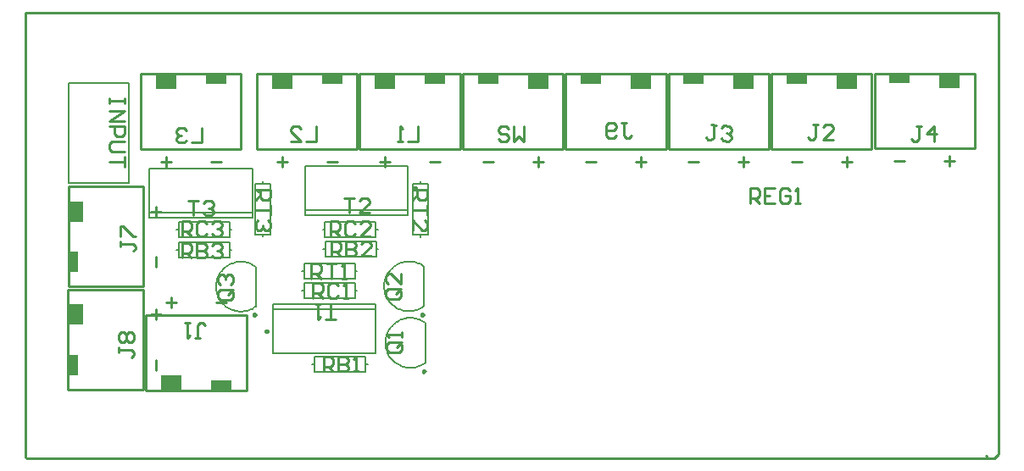
<source format=gto>
%FSTAX23Y23*%
%MOIN*%
%SFA1B1*%

%IPPOS*%
%ADD10C,0.009843*%
%ADD11C,0.007874*%
%ADD12C,0.010000*%
%ADD13R,0.078740X0.039370*%
%ADD14R,0.078740X0.059055*%
%ADD15R,0.059055X0.078740*%
%ADD16R,0.039370X0.078740*%
%ADD17R,0.078744X0.039370*%
%LNpcb1-1*%
%LPD*%
G54D10*
X04717Y01596D02*
D01*
X04717Y01596*
X04717Y01596*
X04717Y01597*
X04717Y01597*
X04717Y01597*
X04717Y01598*
X04716Y01598*
X04716Y01598*
X04716Y01598*
X04716Y01599*
X04716Y01599*
X04715Y01599*
X04715Y01599*
X04715Y016*
X04715Y016*
X04714Y016*
X04714Y016*
X04714Y016*
X04713Y016*
X04713Y016*
X04713Y016*
X04712Y016*
X04712*
X04712Y016*
X04711Y016*
X04711Y016*
X04711Y016*
X0471Y016*
X0471Y016*
X0471Y016*
X04709Y016*
X04709Y01599*
X04709Y01599*
X04709Y01599*
X04708Y01599*
X04708Y01598*
X04708Y01598*
X04708Y01598*
X04708Y01598*
X04708Y01597*
X04707Y01597*
X04707Y01597*
X04707Y01596*
X04707Y01596*
X04707Y01596*
X04707Y01595*
X04707Y01595*
X04707Y01594*
X04707Y01594*
X04708Y01594*
X04708Y01593*
X04708Y01593*
X04708Y01593*
X04708Y01593*
X04708Y01592*
X04709Y01592*
X04709Y01592*
X04709Y01592*
X04709Y01591*
X0471Y01591*
X0471Y01591*
X0471Y01591*
X04711Y01591*
X04711Y01591*
X04711Y01591*
X04712Y01591*
X04712Y01591*
X04712*
X04713Y01591*
X04713Y01591*
X04713Y01591*
X04714Y01591*
X04714Y01591*
X04714Y01591*
X04715Y01591*
X04715Y01591*
X04715Y01592*
X04715Y01592*
X04716Y01592*
X04716Y01592*
X04716Y01593*
X04716Y01593*
X04716Y01593*
X04717Y01593*
X04717Y01594*
X04717Y01594*
X04717Y01594*
X04717Y01595*
X04717Y01595*
X04717Y01596*
X05337Y01439D02*
D01*
X05337Y01439*
X05337Y0144*
X05336Y0144*
X05336Y0144*
X05336Y01441*
X05336Y01441*
X05336Y01441*
X05336Y01442*
X05336Y01442*
X05335Y01442*
X05335Y01443*
X05335Y01443*
X05335Y01443*
X05334Y01443*
X05334Y01443*
X05334Y01444*
X05333Y01444*
X05333Y01444*
X05333Y01444*
X05333Y01444*
X05332Y01444*
X05332Y01444*
X05331*
X05331Y01444*
X05331Y01444*
X0533Y01444*
X0533Y01444*
X0533Y01444*
X05329Y01444*
X05329Y01443*
X05329Y01443*
X05329Y01443*
X05328Y01443*
X05328Y01443*
X05328Y01442*
X05328Y01442*
X05327Y01442*
X05327Y01441*
X05327Y01441*
X05327Y01441*
X05327Y0144*
X05327Y0144*
X05327Y0144*
X05327Y01439*
X05327Y01439*
X05327Y01439*
X05327Y01438*
X05327Y01438*
X05327Y01438*
X05327Y01437*
X05327Y01437*
X05327Y01437*
X05327Y01436*
X05328Y01436*
X05328Y01436*
X05328Y01436*
X05328Y01435*
X05329Y01435*
X05329Y01435*
X05329Y01435*
X05329Y01435*
X0533Y01435*
X0533Y01434*
X0533Y01434*
X05331Y01434*
X05331Y01434*
X05331Y01434*
X05332*
X05332Y01434*
X05333Y01434*
X05333Y01434*
X05333Y01434*
X05333Y01435*
X05334Y01435*
X05334Y01435*
X05334Y01435*
X05335Y01435*
X05335Y01435*
X05335Y01436*
X05335Y01436*
X05336Y01436*
X05336Y01436*
X05336Y01437*
X05336Y01437*
X05336Y01437*
X05336Y01438*
X05336Y01438*
X05337Y01438*
X05337Y01439*
X05337Y01439*
X05301Y0216D02*
D01*
X05301Y0216*
X05301Y0216*
X05301Y02161*
X05301Y02161*
X053Y02161*
X053Y02162*
X053Y02162*
X053Y02162*
X053Y02162*
X053Y02163*
X05299Y02163*
X05299Y02163*
X05299Y02163*
X05299Y02164*
X05298Y02164*
X05298Y02164*
X05298Y02164*
X05297Y02164*
X05297Y02164*
X05297Y02164*
X05296Y02164*
X05296Y02164*
X05296*
X05295Y02164*
X05295Y02164*
X05295Y02164*
X05294Y02164*
X05294Y02164*
X05294Y02164*
X05293Y02164*
X05293Y02164*
X05293Y02163*
X05293Y02163*
X05292Y02163*
X05292Y02163*
X05292Y02162*
X05292Y02162*
X05292Y02162*
X05291Y02162*
X05291Y02161*
X05291Y02161*
X05291Y02161*
X05291Y0216*
X05291Y0216*
X05291Y0216*
X05291Y02159*
X05291Y02159*
X05291Y02158*
X05291Y02158*
X05291Y02158*
X05291Y02157*
X05292Y02157*
X05292Y02157*
X05292Y02157*
X05292Y02156*
X05292Y02156*
X05293Y02156*
X05293Y02156*
X05293Y02155*
X05293Y02155*
X05294Y02155*
X05294Y02155*
X05294Y02155*
X05295Y02155*
X05295Y02155*
X05295Y02155*
X05296Y02155*
X05296*
X05296Y02155*
X05297Y02155*
X05297Y02155*
X05297Y02155*
X05298Y02155*
X05298Y02155*
X05298Y02155*
X05299Y02155*
X05299Y02156*
X05299Y02156*
X05299Y02156*
X053Y02156*
X053Y02157*
X053Y02157*
X053Y02157*
X053Y02157*
X053Y02158*
X05301Y02158*
X05301Y02158*
X05301Y02159*
X05301Y02159*
X05301Y0216*
X05332Y01661D02*
D01*
X05332Y01661*
X05332Y01662*
X05331Y01662*
X05331Y01662*
X05331Y01663*
X05331Y01663*
X05331Y01663*
X05331Y01664*
X05331Y01664*
X0533Y01664*
X0533Y01665*
X0533Y01665*
X0533Y01665*
X05329Y01665*
X05329Y01665*
X05329Y01666*
X05328Y01666*
X05328Y01666*
X05328Y01666*
X05328Y01666*
X05327Y01666*
X05327Y01666*
X05326*
X05326Y01666*
X05326Y01666*
X05325Y01666*
X05325Y01666*
X05325Y01666*
X05324Y01666*
X05324Y01665*
X05324Y01665*
X05324Y01665*
X05323Y01665*
X05323Y01665*
X05323Y01664*
X05323Y01664*
X05322Y01664*
X05322Y01663*
X05322Y01663*
X05322Y01663*
X05322Y01662*
X05322Y01662*
X05322Y01662*
X05322Y01661*
X05322Y01661*
X05322Y01661*
X05322Y0166*
X05322Y0166*
X05322Y0166*
X05322Y01659*
X05322Y01659*
X05322Y01659*
X05322Y01658*
X05323Y01658*
X05323Y01658*
X05323Y01658*
X05323Y01657*
X05324Y01657*
X05324Y01657*
X05324Y01657*
X05324Y01657*
X05325Y01657*
X05325Y01656*
X05325Y01656*
X05326Y01656*
X05326Y01656*
X05326Y01656*
X05327*
X05327Y01656*
X05328Y01656*
X05328Y01656*
X05328Y01656*
X05328Y01657*
X05329Y01657*
X05329Y01657*
X05329Y01657*
X0533Y01657*
X0533Y01657*
X0533Y01658*
X0533Y01658*
X05331Y01658*
X05331Y01658*
X05331Y01659*
X05331Y01659*
X05331Y01659*
X05331Y0166*
X05331Y0166*
X05332Y0166*
X05332Y01661*
X05332Y01661*
X04689Y0215D02*
D01*
X04689Y0215*
X04689Y0215*
X04689Y02151*
X04689Y02151*
X04688Y02151*
X04688Y02152*
X04688Y02152*
X04688Y02152*
X04688Y02152*
X04688Y02153*
X04687Y02153*
X04687Y02153*
X04687Y02153*
X04687Y02154*
X04686Y02154*
X04686Y02154*
X04686Y02154*
X04685Y02154*
X04685Y02154*
X04685Y02154*
X04684Y02154*
X04684Y02154*
X04684*
X04683Y02154*
X04683Y02154*
X04683Y02154*
X04682Y02154*
X04682Y02154*
X04682Y02154*
X04681Y02154*
X04681Y02154*
X04681Y02153*
X04681Y02153*
X0468Y02153*
X0468Y02153*
X0468Y02152*
X0468Y02152*
X0468Y02152*
X04679Y02152*
X04679Y02151*
X04679Y02151*
X04679Y02151*
X04679Y0215*
X04679Y0215*
X04679Y0215*
X04679Y02149*
X04679Y02149*
X04679Y02148*
X04679Y02148*
X04679Y02148*
X04679Y02147*
X0468Y02147*
X0468Y02147*
X0468Y02147*
X0468Y02146*
X0468Y02146*
X04681Y02146*
X04681Y02146*
X04681Y02145*
X04681Y02145*
X04682Y02145*
X04682Y02145*
X04682Y02145*
X04683Y02145*
X04683Y02145*
X04683Y02145*
X04684Y02145*
X04684*
X04684Y02145*
X04685Y02145*
X04685Y02145*
X04685Y02145*
X04686Y02145*
X04686Y02145*
X04686Y02145*
X04687Y02145*
X04687Y02146*
X04687Y02146*
X04687Y02146*
X04688Y02146*
X04688Y02147*
X04688Y02147*
X04688Y02147*
X04688Y02147*
X04688Y02148*
X04689Y02148*
X04689Y02148*
X04689Y02149*
X04689Y02149*
X04689Y0215*
X04671Y0166D02*
D01*
X04671Y01661*
X04671Y01661*
X0467Y01661*
X0467Y01662*
X0467Y01662*
X0467Y01662*
X0467Y01663*
X0467Y01663*
X0467Y01663*
X04669Y01663*
X04669Y01664*
X04669Y01664*
X04669Y01664*
X04668Y01664*
X04668Y01664*
X04668Y01665*
X04667Y01665*
X04667Y01665*
X04667Y01665*
X04667Y01665*
X04666Y01665*
X04666Y01665*
X04665*
X04665Y01665*
X04665Y01665*
X04664Y01665*
X04664Y01665*
X04664Y01665*
X04663Y01665*
X04663Y01664*
X04663Y01664*
X04663Y01664*
X04662Y01664*
X04662Y01664*
X04662Y01663*
X04662Y01663*
X04661Y01663*
X04661Y01663*
X04661Y01662*
X04661Y01662*
X04661Y01662*
X04661Y01661*
X04661Y01661*
X04661Y01661*
X04661Y0166*
X04661Y0166*
X04661Y0166*
X04661Y01659*
X04661Y01659*
X04661Y01659*
X04661Y01658*
X04661Y01658*
X04661Y01658*
X04662Y01657*
X04662Y01657*
X04662Y01657*
X04662Y01657*
X04663Y01656*
X04663Y01656*
X04663Y01656*
X04663Y01656*
X04664Y01656*
X04664Y01656*
X04664Y01655*
X04665Y01655*
X04665Y01655*
X04665Y01655*
X04666*
X04666Y01655*
X04667Y01655*
X04667Y01655*
X04667Y01656*
X04667Y01656*
X04668Y01656*
X04668Y01656*
X04668Y01656*
X04669Y01656*
X04669Y01657*
X04669Y01657*
X04669Y01657*
X0467Y01657*
X0467Y01658*
X0467Y01658*
X0467Y01658*
X0467Y01659*
X0467Y01659*
X0467Y01659*
X04671Y0166*
X04671Y0166*
X04671Y0166*
G54D11*
X05338Y01628D02*
D01*
X05332Y01632*
X05326Y01636*
X0532Y01639*
X05314Y01642*
X05307Y01644*
X05301Y01646*
X05294Y01647*
X05287Y01648*
X0528Y01648*
X05274Y01648*
X05267Y01648*
X0526Y01647*
X05253Y01645*
X05247Y01643*
X05241Y01641*
X05234Y01638*
X05228Y01634*
X05223Y01631*
X05217Y01627*
X05212Y01622*
X05207Y01617*
X05203Y01612*
X05199Y01607*
X05195Y01601*
X05191Y01595*
X05189Y01589*
X05186Y01583*
X05184Y01576*
X05183Y01569*
X05181Y01563*
X05181Y01556*
X05181Y01549*
X05181Y01542*
X05182Y01535*
X05183Y01529*
X05185Y01522*
X05187Y01516*
X0519Y01509*
X05193Y01503*
X05196Y01497*
X052Y01492*
X05205Y01487*
X05209Y01482*
X05214Y01477*
X05219Y01473*
X05225Y01469*
X05231Y01465*
X05237Y01462*
X05243Y01459*
X0525Y01457*
X05256Y01455*
X05263Y01454*
X0527Y01453*
X05277Y01453*
X05283Y01453*
X0529Y01453*
X05297Y01454*
X05304Y01456*
X0531Y01458*
X05316Y0146*
X05323Y01463*
X05329Y01467*
X05334Y0147*
X05338Y01473*
X05333Y0185D02*
D01*
X05327Y01854*
X05321Y01858*
X05315Y01861*
X05309Y01864*
X05302Y01866*
X05296Y01868*
X05289Y01869*
X05282Y0187*
X05275Y0187*
X05269Y0187*
X05262Y0187*
X05255Y01869*
X05248Y01867*
X05242Y01865*
X05236Y01863*
X05229Y0186*
X05223Y01856*
X05218Y01853*
X05212Y01849*
X05207Y01844*
X05202Y01839*
X05198Y01834*
X05194Y01829*
X0519Y01823*
X05186Y01817*
X05184Y01811*
X05181Y01805*
X05179Y01798*
X05178Y01791*
X05176Y01785*
X05176Y01778*
X05176Y01771*
X05176Y01764*
X05177Y01757*
X05178Y01751*
X0518Y01744*
X05182Y01738*
X05185Y01731*
X05188Y01725*
X05191Y01719*
X05195Y01714*
X052Y01709*
X05204Y01704*
X05209Y01699*
X05214Y01695*
X0522Y01691*
X05226Y01687*
X05232Y01684*
X05238Y01681*
X05245Y01679*
X05251Y01677*
X05258Y01676*
X05265Y01675*
X05272Y01675*
X05278Y01675*
X05285Y01675*
X05292Y01676*
X05299Y01678*
X05305Y0168*
X05311Y01682*
X05318Y01685*
X05324Y01689*
X05329Y01692*
X05333Y01695*
X04672Y0185D02*
D01*
X04666Y01854*
X0466Y01857*
X04654Y0186*
X04648Y01863*
X04641Y01865*
X04635Y01867*
X04628Y01868*
X04621Y01869*
X04614Y01869*
X04608Y01869*
X04601Y01869*
X04594Y01868*
X04587Y01866*
X04581Y01864*
X04575Y01862*
X04568Y01859*
X04562Y01856*
X04557Y01852*
X04551Y01848*
X04546Y01843*
X04541Y01839*
X04537Y01833*
X04533Y01828*
X04529Y01822*
X04525Y01816*
X04523Y0181*
X0452Y01804*
X04518Y01797*
X04517Y01791*
X04515Y01784*
X04515Y01777*
X04515Y0177*
X04515Y01763*
X04516Y01757*
X04517Y0175*
X04519Y01743*
X04521Y01737*
X04524Y01731*
X04527Y01724*
X0453Y01719*
X04534Y01713*
X04539Y01708*
X04543Y01703*
X04548Y01698*
X04553Y01694*
X04559Y0169*
X04565Y01686*
X04571Y01683*
X04577Y0168*
X04584Y01678*
X0459Y01676*
X04597Y01675*
X04604Y01674*
X04611Y01674*
X04617Y01674*
X04624Y01675*
X04631Y01676*
X04638Y01677*
X04644Y01679*
X0465Y01682*
X04657Y01684*
X04663Y01688*
X04668Y01691*
X04672Y01694*
X04861Y01726D02*
Y01756D01*
Y01726D02*
X05061D01*
Y01786*
X04861D02*
X05061D01*
X04861Y01756D02*
Y01786D01*
X05061Y01756D02*
X0507D01*
X04852D02*
X04861D01*
Y01804D02*
Y01834D01*
Y01804D02*
X05061D01*
Y01864*
X04861D02*
X05061D01*
X04861Y01834D02*
Y01864D01*
X05061Y01834D02*
X0507D01*
X04852D02*
X04861D01*
X04738Y01682D02*
X05143D01*
X04738Y01702D02*
X05143D01*
X04738Y01509D02*
X05143D01*
Y01702*
X04738Y01509D02*
Y01702D01*
X05102Y01466D02*
Y01496D01*
X04902D02*
X05102D01*
X04902Y01436D02*
Y01496D01*
Y01436D02*
X05102D01*
Y01466*
X04893D02*
X04902D01*
X05102D02*
X05111D01*
X05338Y01473D02*
Y01628D01*
X03935Y02573D02*
X04171D01*
X03935Y0218D02*
Y02573D01*
Y0218D02*
X04171D01*
Y02573*
X04943Y01967D02*
Y01997D01*
Y01967D02*
X05143D01*
Y02027*
X04943D02*
X05143D01*
X04943Y01997D02*
Y02027D01*
X05143Y01997D02*
X05152D01*
X04934D02*
X04943D01*
X05287Y02176D02*
X05317D01*
X05287Y01976D02*
Y02176D01*
Y01976D02*
X05347D01*
Y02176*
X05317D02*
X05347D01*
X05317Y01967D02*
Y01976D01*
Y02176D02*
Y02185D01*
X04865Y02073D02*
X0527D01*
X04865Y02053D02*
X0527D01*
X04865Y02246D02*
X0527D01*
X04865Y02053D02*
Y02246D01*
X0527Y02053D02*
Y02246D01*
X05144Y01918D02*
Y01948D01*
X04944D02*
X05144D01*
X04944Y01888D02*
Y01948D01*
Y01888D02*
X05144D01*
Y01918*
X04935D02*
X04944D01*
X05144D02*
X05153D01*
X05333Y01695D02*
Y0185D01*
X04367Y01967D02*
Y01997D01*
Y01967D02*
X04567D01*
Y02027*
X04367D02*
X04567D01*
X04367Y01997D02*
Y02027D01*
X04567Y01997D02*
X04576D01*
X04358D02*
X04367D01*
X04669Y02177D02*
X04699D01*
X04669Y01977D02*
Y02177D01*
Y01977D02*
X04729D01*
Y02177*
X04699D02*
X04729D01*
X04699Y01968D02*
Y01977D01*
Y02177D02*
Y02186D01*
X04253Y02063D02*
X04658D01*
X04253Y02043D02*
X04658D01*
X04253Y02236D02*
X04658D01*
X04253Y02043D02*
Y02236D01*
X04658Y02043D02*
Y02236D01*
X04567Y01917D02*
Y01947D01*
X04367D02*
X04567D01*
X04367Y01887D02*
Y01947D01*
Y01887D02*
X04567D01*
Y01917*
X04358D02*
X04367D01*
X04567D02*
X04576D01*
X04672Y01694D02*
Y0185D01*
G54D12*
X05474Y02314D02*
Y02609D01*
X0508Y02314D02*
Y02609D01*
Y02314D02*
X05474D01*
X0508Y02609D02*
X05474D01*
X05069Y02314D02*
Y02609D01*
X04675Y02314D02*
Y02609D01*
Y02314D02*
X05069D01*
X04675Y02609D02*
X05069D01*
X04613Y02314D02*
Y02609D01*
X04219Y02314D02*
Y02609D01*
Y02314D02*
X04613D01*
X04219Y02609D02*
X04613D01*
X03933Y01366D02*
Y01759D01*
X04228Y01366D02*
Y01759D01*
X03933D02*
X04228D01*
X03933Y01366D02*
X04228D01*
X03934Y01772D02*
X04229D01*
X03934Y02165D02*
X04229D01*
Y01772D02*
Y02165D01*
X03934Y01772D02*
Y02165D01*
X04634Y01364D02*
Y01659D01*
X0424Y01364D02*
Y01659D01*
X04634*
X0424Y01364D02*
X04634D01*
X0589Y02314D02*
Y02609D01*
X06284Y02314D02*
Y02609D01*
X0589Y02314D02*
X06284D01*
X0589Y02609D02*
X06284D01*
X06295Y02313D02*
Y02608D01*
X06688Y02313D02*
Y02608D01*
X06295Y02313D02*
X06688D01*
X06295Y02608D02*
X06688D01*
X067Y02314D02*
Y02609D01*
X07093Y02314D02*
Y02609D01*
X067Y02314D02*
X07093D01*
X067Y02609D02*
X07093D01*
X07105Y02315D02*
Y0261D01*
X07498Y02315D02*
Y0261D01*
X07105Y02315D02*
X07498D01*
X07105Y0261D02*
X07498D01*
X05486Y02314D02*
Y02609D01*
X05879Y02314D02*
Y02609D01*
X05486Y02314D02*
X05879D01*
X05486Y02609D02*
X05879D01*
X06614Y021D02*
Y02159D01*
X06643*
X06653Y02149*
Y02129*
X06643Y02119*
X06614*
X06633D02*
X06653Y021D01*
X06713Y02159D02*
X06673D01*
Y021*
X06713*
X06673Y02129D02*
X06693D01*
X06773Y02149D02*
X06763Y02159D01*
X06743*
X06733Y02149*
Y02109*
X06743Y021*
X06763*
X06773Y02109*
Y02129*
X06753*
X06793Y021D02*
X06813D01*
X06803*
Y02159*
X06793Y02149*
X05356Y02264D02*
X05396D01*
X05159D02*
X05199D01*
X05179Y02244D02*
Y02284D01*
X04951Y02264D02*
X04991D01*
X04754D02*
X04794D01*
X04774Y02244D02*
Y02284D01*
X04495Y02264D02*
X04535D01*
X04298D02*
X04338D01*
X04318Y02244D02*
Y02284D01*
X04278Y01681D02*
Y01641D01*
X04298Y01661D02*
X04258D01*
X04278Y01484D02*
Y01444D01*
X04279Y0189D02*
Y0185D01*
Y02087D02*
Y02047D01*
X04299Y02067D02*
X04259D01*
X04516Y01709D02*
X04556D01*
X04319D02*
X04359D01*
X04339Y01729D02*
Y01689D01*
X06008Y02264D02*
X05968D01*
X06205D02*
X06165D01*
X06185Y02244D02*
Y02284D01*
X06413Y02263D02*
X06373D01*
X0661D02*
X0657D01*
X0659Y02243D02*
Y02283D01*
X06818Y02264D02*
X06778D01*
X07015D02*
X06975D01*
X06995Y02244D02*
Y02284D01*
X07223Y02265D02*
X07183D01*
X0742D02*
X0738D01*
X074Y02245D02*
Y02285D01*
X05604Y02264D02*
X05564D01*
X05801D02*
X05761D01*
X05781Y02244D02*
Y02284D01*
X0446Y02397D02*
Y02338D01*
X0442*
X044Y02387D02*
X0439Y02397D01*
X0437*
X0436Y02387*
Y02377*
X0437Y02367*
X0438*
X0437*
X0436Y02357*
Y02347*
X0437Y02338*
X0439*
X044Y02347*
X04909Y02401D02*
Y02342D01*
X04869*
X04809D02*
X04849D01*
X04809Y02381*
Y02391*
X04819Y02401*
X04839*
X04849Y02391*
X0531Y02401D02*
Y02342D01*
X0527*
X0525D02*
X0523D01*
X0524*
Y02401*
X0525Y02391*
X04406Y0211D02*
X04445D01*
X04425*
Y02051*
X04465Y021D02*
X04475Y0211D01*
X04495*
X04505Y021*
Y0209*
X04495Y0208*
X04485*
X04495*
X04505Y0207*
Y0206*
X04495Y02051*
X04475*
X04465Y0206*
X05018Y0212D02*
X05057D01*
X05037*
Y02061*
X05117D02*
X05077D01*
X05117Y021*
Y0211*
X05107Y0212*
X05087*
X05077Y0211*
X04986Y01641D02*
X04946D01*
X04966*
Y01701*
X04926D02*
X04906D01*
X04916*
Y01641*
X04926Y01651*
X04381Y0197D02*
Y02029D01*
X0441*
X0442Y02019*
Y01999*
X0441Y01989*
X04381*
X044D02*
X0442Y0197D01*
X0448Y02019D02*
X0447Y02029D01*
X0445*
X0444Y02019*
Y01979*
X0445Y0197*
X0447*
X0448Y01979*
X045Y02019D02*
X0451Y02029D01*
X0453*
X0454Y02019*
Y02009*
X0453Y01999*
X0452*
X0453*
X0454Y01989*
Y01979*
X0453Y0197*
X0451*
X045Y01979*
X04964Y01969D02*
Y02028D01*
X04993*
X05003Y02018*
Y01998*
X04993Y01988*
X04964*
X04983D02*
X05003Y01969D01*
X05063Y02018D02*
X05053Y02028D01*
X05033*
X05023Y02018*
Y01978*
X05033Y01969*
X05053*
X05063Y01978*
X05123Y01969D02*
X05083D01*
X05123Y02008*
Y02018*
X05113Y02028*
X05093*
X05083Y02018*
X04896Y01727D02*
Y01786D01*
X04925*
X04935Y01776*
Y01756*
X04925Y01746*
X04896*
X04915D02*
X04935Y01727D01*
X04995Y01776D02*
X04985Y01786D01*
X04965*
X04955Y01776*
Y01736*
X04965Y01727*
X04985*
X04995Y01736*
X05015Y01727D02*
X05035D01*
X05025*
Y01786*
X05015Y01776*
X04671Y02154D02*
X0473D01*
Y02124*
X0472Y02114*
X047*
X0469Y02124*
Y02154*
Y02134D02*
X04671Y02114D01*
X0473Y02094D02*
Y02054D01*
Y02074*
X04671*
X0472Y02034D02*
X0473Y02024D01*
Y02004*
X0472Y01994*
X0471*
X047Y02004*
Y02014*
Y02004*
X0469Y01994*
X0468*
X04671Y02004*
Y02024*
X0468Y02034*
X05287Y02153D02*
X05346D01*
Y02123*
X05336Y02113*
X05316*
X05306Y02123*
Y02153*
Y02133D02*
X05287Y02113D01*
X05346Y02093D02*
Y02053D01*
Y02073*
X05287*
Y01993D02*
Y02033D01*
X05326Y01993*
X05336*
X05346Y02003*
Y02023*
X05336Y02033*
X04889Y01803D02*
Y01862D01*
X04918*
X04928Y01852*
Y01832*
X04918Y01822*
X04889*
X04908D02*
X04928Y01803D01*
X04948Y01862D02*
X04988D01*
X04968*
Y01803*
X05008D02*
X05028D01*
X05018*
Y01862*
X05008Y01852*
X04381Y01885D02*
Y01944D01*
X0441*
X0442Y01934*
Y01914*
X0441Y01904*
X04381*
X044D02*
X0442Y01885D01*
X0444Y01944D02*
Y01885D01*
X0447*
X0448Y01894*
Y01904*
X0447Y01914*
X0444*
X0447*
X0448Y01924*
Y01934*
X0447Y01944*
X0444*
X045Y01934D02*
X0451Y01944D01*
X0453*
X0454Y01934*
Y01924*
X0453Y01914*
X0452*
X0453*
X0454Y01904*
Y01894*
X0453Y01885*
X0451*
X045Y01894*
X04967Y01891D02*
Y0195D01*
X04996*
X05006Y0194*
Y0192*
X04996Y0191*
X04967*
X04986D02*
X05006Y01891D01*
X05026Y0195D02*
Y01891D01*
X05056*
X05066Y019*
Y0191*
X05056Y0192*
X05026*
X05056*
X05066Y0193*
Y0194*
X05056Y0195*
X05026*
X05126Y01891D02*
X05086D01*
X05126Y0193*
Y0194*
X05116Y0195*
X05096*
X05086Y0194*
X04937Y01438D02*
Y01497D01*
X04966*
X04976Y01487*
Y01467*
X04966Y01457*
X04937*
X04956D02*
X04976Y01438D01*
X04996Y01497D02*
Y01438D01*
X05026*
X05036Y01447*
Y01457*
X05026Y01467*
X04996*
X05026*
X05036Y01477*
Y01487*
X05026Y01497*
X04996*
X05056Y01438D02*
X05076D01*
X05066*
Y01497*
X05056Y01487*
X04572Y0176D02*
X04532D01*
X04522Y0175*
Y0173*
X04532Y0172*
X04572*
X04582Y0173*
Y0175*
X04562Y0174D02*
X04582Y0176D01*
Y0175D02*
X04572Y0176D01*
X04532Y0178D02*
X04522Y0179D01*
Y0181*
X04532Y0182*
X04542*
X04552Y0181*
Y018*
Y0181*
X04562Y0182*
X04572*
X04582Y0181*
Y0179*
X04572Y0178*
X05232Y01761D02*
X05192D01*
X05182Y01751*
Y01731*
X05192Y01722*
X05232*
X05242Y01731*
Y01751*
X05222Y01741D02*
X05242Y01761D01*
Y01751D02*
X05232Y01761D01*
X05242Y01821D02*
Y01781D01*
X05202Y01821*
X05192*
X05182Y01811*
Y01791*
X05192Y01781*
X05235Y01553D02*
X05195D01*
X05185Y01543*
Y01523*
X05195Y01514*
X05235*
X05245Y01523*
Y01543*
X05225Y01533D02*
X05245Y01553D01*
Y01543D02*
X05235Y01553D01*
X05245Y01573D02*
Y01593D01*
Y01583*
X05185*
X05195Y01573*
X04154Y02511D02*
Y02491D01*
Y02501*
X04095*
Y02511*
Y02491*
Y02461D02*
X04154D01*
X04095Y02421*
X04154*
X04095Y02401D02*
X04154D01*
Y02371*
X04144Y02361*
X04124*
X04114Y02371*
Y02401*
X04154Y02341D02*
X04104D01*
X04095Y02331*
Y02311*
X04104Y02301*
X04154*
Y02281D02*
Y02241D01*
Y02261*
X04095*
X06107Y02415D02*
X06127D01*
X06117*
Y02365*
X06127Y02356*
X06137*
X06147Y02365*
X06087D02*
X06077Y02356D01*
X06057*
X06047Y02365*
Y02405*
X06057Y02415*
X06077*
X06087Y02405*
Y02395*
X06077Y02385*
X06047*
X06483Y02407D02*
X06463Y02408D01*
X06473Y02407*
X06471Y02357*
X0646Y02348*
X0645Y02348*
X06441Y02358*
X06503Y02396D02*
X06513Y02405D01*
X06533Y02404*
X06543Y02394*
X06542Y02384*
X06532Y02374*
X06522Y02375*
X06532Y02374*
X06541Y02364*
X06541Y02354*
X0653Y02344*
X0651Y02345*
X06501Y02356*
X06881Y02408D02*
X06861D01*
X06871*
Y02358*
X06861Y02349*
X06851*
X06842Y02358*
X06941Y02349D02*
X06901D01*
X06941Y02388*
Y02398*
X06931Y02408*
X06911*
X06901Y02398*
X04133Y01532D02*
Y01512D01*
Y01522*
X04183*
X04193Y01512*
Y01502*
X04183Y01493*
X04143Y01552D02*
X04133Y01562D01*
Y01582*
X04143Y01592*
X04153*
X04163Y01582*
X04173Y01592*
X04183*
X04193Y01582*
Y01562*
X04183Y01552*
X04173*
X04163Y01562*
X04153Y01552*
X04143*
X04163Y01562D02*
Y01582D01*
X04139Y0195D02*
Y0193D01*
Y0194*
X04189*
X04199Y0193*
Y0192*
X04189Y01911*
X04139Y0197D02*
Y0201D01*
X04149*
X04189Y0197*
X04199*
X05665Y02393D02*
X05655Y02403D01*
X05635*
X05626Y02393*
Y02383*
X05635Y02373*
X05655*
X05665Y02363*
Y02353*
X05655Y02344*
X05635*
X05626Y02353*
X05685Y02403D02*
Y02344D01*
X05705Y02363*
X05725Y02344*
Y02403*
X07288D02*
X07268D01*
X07278*
Y02353*
X07268Y02344*
X07258*
X07249Y02353*
X07338Y02344D02*
Y02403D01*
X07308Y02373*
X07348*
X04432Y0157D02*
X04452D01*
X04442*
Y0162*
X04452Y0163*
X04462*
X04472Y0162*
X04412Y0163D02*
X04392D01*
X04402*
Y0157*
X04412Y0158*
X03766Y0285D02*
X0759D01*
X07591Y02849*
Y01111D02*
Y02849D01*
X07575Y01095D02*
X07591Y01111D01*
X03771Y01095D02*
X07575D01*
X03766Y011D02*
X03771Y01095D01*
X03766Y011D02*
Y0285D01*
X07541Y01106D02*
X07547Y011D01*
G54D13*
X05376Y0259D03*
X04971D03*
X04515D03*
X04535Y01383D03*
X05989Y0259D03*
G54D14*
X05179Y0258D03*
X04774D03*
X04318D03*
X04339Y01393D03*
X06186Y0258D03*
X0659Y02579D03*
X06995Y0258D03*
X074Y02581D03*
X05781Y0258D03*
G54D15*
X03962Y01661D03*
X03963Y02067D03*
G54D16*
X03952Y01464D03*
X03953Y0187D03*
G54D17*
X06393Y02589D03*
X06798Y0259D03*
X07203Y02591D03*
X05584Y0259D03*
M02*
</source>
